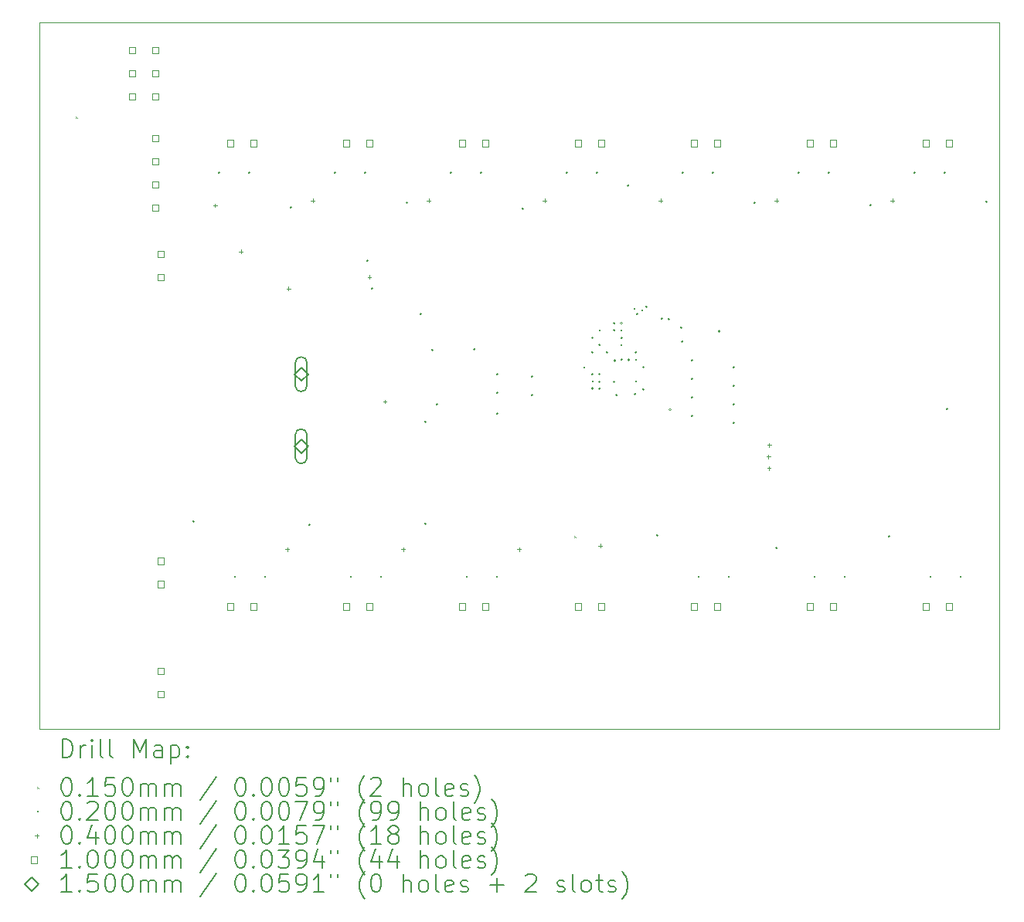
<source format=gbr>
%FSLAX45Y45*%
G04 Gerber Fmt 4.5, Leading zero omitted, Abs format (unit mm)*
G04 Created by KiCad (PCBNEW 6.0.0) date 2022-01-12 20:04:20*
%MOMM*%
%LPD*%
G01*
G04 APERTURE LIST*
%TA.AperFunction,Profile*%
%ADD10C,0.100000*%
%TD*%
%ADD11C,0.200000*%
%ADD12C,0.015000*%
%ADD13C,0.020000*%
%ADD14C,0.040000*%
%ADD15C,0.100000*%
%ADD16C,0.150000*%
G04 APERTURE END LIST*
D10*
X13211900Y-2946400D02*
X13211900Y-10693400D01*
X2692400Y-2946400D02*
X13211900Y-2946400D01*
X13211900Y-10693400D02*
X2692400Y-10693400D01*
X2692400Y-10693400D02*
X2692400Y-2946400D01*
D11*
D12*
X3091300Y-3980300D02*
X3106300Y-3995300D01*
X3106300Y-3980300D02*
X3091300Y-3995300D01*
X8552300Y-8577700D02*
X8567300Y-8592700D01*
X8567300Y-8577700D02*
X8552300Y-8592700D01*
D13*
X4391500Y-8420100D02*
G75*
G03*
X4391500Y-8420100I-10000J0D01*
G01*
X4671400Y-4596900D02*
G75*
G03*
X4671400Y-4596900I-10000J0D01*
G01*
X4848200Y-9027900D02*
G75*
G03*
X4848200Y-9027900I-10000J0D01*
G01*
X5001600Y-4596900D02*
G75*
G03*
X5001600Y-4596900I-10000J0D01*
G01*
X5178400Y-9027900D02*
G75*
G03*
X5178400Y-9027900I-10000J0D01*
G01*
X5458300Y-4978400D02*
G75*
G03*
X5458300Y-4978400I-10000J0D01*
G01*
X5661500Y-8458200D02*
G75*
G03*
X5661500Y-8458200I-10000J0D01*
G01*
X5941400Y-4596900D02*
G75*
G03*
X5941400Y-4596900I-10000J0D01*
G01*
X6118200Y-9027900D02*
G75*
G03*
X6118200Y-9027900I-10000J0D01*
G01*
X6271600Y-4596900D02*
G75*
G03*
X6271600Y-4596900I-10000J0D01*
G01*
X6296500Y-5562600D02*
G75*
G03*
X6296500Y-5562600I-10000J0D01*
G01*
X6347300Y-5867400D02*
G75*
G03*
X6347300Y-5867400I-10000J0D01*
G01*
X6448400Y-9027900D02*
G75*
G03*
X6448400Y-9027900I-10000J0D01*
G01*
X6728800Y-4925631D02*
G75*
G03*
X6728800Y-4925631I-10000J0D01*
G01*
X6880700Y-6146800D02*
G75*
G03*
X6880700Y-6146800I-10000J0D01*
G01*
X6930400Y-7327900D02*
G75*
G03*
X6930400Y-7327900I-10000J0D01*
G01*
X6931500Y-8445500D02*
G75*
G03*
X6931500Y-8445500I-10000J0D01*
G01*
X7007700Y-6540500D02*
G75*
G03*
X7007700Y-6540500I-10000J0D01*
G01*
X7057400Y-7137400D02*
G75*
G03*
X7057400Y-7137400I-10000J0D01*
G01*
X7211400Y-4596900D02*
G75*
G03*
X7211400Y-4596900I-10000J0D01*
G01*
X7388200Y-9027900D02*
G75*
G03*
X7388200Y-9027900I-10000J0D01*
G01*
X7469980Y-6532880D02*
G75*
G03*
X7469980Y-6532880I-10000J0D01*
G01*
X7541600Y-4596900D02*
G75*
G03*
X7541600Y-4596900I-10000J0D01*
G01*
X7718400Y-9027900D02*
G75*
G03*
X7718400Y-9027900I-10000J0D01*
G01*
X7718900Y-6807200D02*
G75*
G03*
X7718900Y-6807200I-10000J0D01*
G01*
X7718900Y-7010400D02*
G75*
G03*
X7718900Y-7010400I-10000J0D01*
G01*
X7718900Y-7239000D02*
G75*
G03*
X7718900Y-7239000I-10000J0D01*
G01*
X7998300Y-4991100D02*
G75*
G03*
X7998300Y-4991100I-10000J0D01*
G01*
X8099900Y-6832600D02*
G75*
G03*
X8099900Y-6832600I-10000J0D01*
G01*
X8099900Y-7035800D02*
G75*
G03*
X8099900Y-7035800I-10000J0D01*
G01*
X8481400Y-4596900D02*
G75*
G03*
X8481400Y-4596900I-10000J0D01*
G01*
X8673940Y-6731000D02*
G75*
G03*
X8673940Y-6731000I-10000J0D01*
G01*
X8759741Y-6566836D02*
G75*
G03*
X8759741Y-6566836I-10000J0D01*
G01*
X8760300Y-6406627D02*
G75*
G03*
X8760300Y-6406627I-10000J0D01*
G01*
X8760300Y-6807200D02*
G75*
G03*
X8760300Y-6807200I-10000J0D01*
G01*
X8763233Y-6962010D02*
G75*
G03*
X8763233Y-6962010I-10000J0D01*
G01*
X8765730Y-6884800D02*
G75*
G03*
X8765730Y-6884800I-10000J0D01*
G01*
X8811600Y-4596900D02*
G75*
G03*
X8811600Y-4596900I-10000J0D01*
G01*
X8838457Y-6807120D02*
G75*
G03*
X8838457Y-6807120I-10000J0D01*
G01*
X8840389Y-6485746D02*
G75*
G03*
X8840389Y-6485746I-10000J0D01*
G01*
X8840780Y-6889443D02*
G75*
G03*
X8840780Y-6889443I-10000J0D01*
G01*
X8841175Y-6327246D02*
G75*
G03*
X8841175Y-6327246I-10000J0D01*
G01*
X8841375Y-6964155D02*
G75*
G03*
X8841375Y-6964155I-10000J0D01*
G01*
X8919851Y-6566639D02*
G75*
G03*
X8919851Y-6566639I-10000J0D01*
G01*
X9000780Y-6889443D02*
G75*
G03*
X9000780Y-6889443I-10000J0D01*
G01*
X9001072Y-6325105D02*
G75*
G03*
X9001072Y-6325105I-10000J0D01*
G01*
X9001600Y-6248400D02*
G75*
G03*
X9001600Y-6248400I-10000J0D01*
G01*
X9006435Y-6656540D02*
G75*
G03*
X9006435Y-6656540I-10000J0D01*
G01*
X9027000Y-7035800D02*
G75*
G03*
X9027000Y-7035800I-10000J0D01*
G01*
X9079320Y-6246004D02*
G75*
G03*
X9079320Y-6246004I-10000J0D01*
G01*
X9080682Y-6486214D02*
G75*
G03*
X9080682Y-6486214I-10000J0D01*
G01*
X9081081Y-6327512D02*
G75*
G03*
X9081081Y-6327512I-10000J0D01*
G01*
X9081343Y-6407417D02*
G75*
G03*
X9081343Y-6407417I-10000J0D01*
G01*
X9081567Y-6646568D02*
G75*
G03*
X9081567Y-6646568I-10000J0D01*
G01*
X9154000Y-4737100D02*
G75*
G03*
X9154000Y-4737100I-10000J0D01*
G01*
X9160575Y-6646960D02*
G75*
G03*
X9160575Y-6646960I-10000J0D01*
G01*
X9223715Y-6087754D02*
G75*
G03*
X9223715Y-6087754I-10000J0D01*
G01*
X9230200Y-7023100D02*
G75*
G03*
X9230200Y-7023100I-10000J0D01*
G01*
X9240304Y-6566477D02*
G75*
G03*
X9240304Y-6566477I-10000J0D01*
G01*
X9240304Y-6647036D02*
G75*
G03*
X9240304Y-6647036I-10000J0D01*
G01*
X9240694Y-6887242D02*
G75*
G03*
X9240694Y-6887242I-10000J0D01*
G01*
X9253060Y-6146800D02*
G75*
G03*
X9253060Y-6146800I-10000J0D01*
G01*
X9308940Y-6106160D02*
G75*
G03*
X9308940Y-6106160I-10000J0D01*
G01*
X9319100Y-6972300D02*
G75*
G03*
X9319100Y-6972300I-10000J0D01*
G01*
X9321356Y-6727696D02*
G75*
G03*
X9321356Y-6727696I-10000J0D01*
G01*
X9354660Y-6065520D02*
G75*
G03*
X9354660Y-6065520I-10000J0D01*
G01*
X9471500Y-8572500D02*
G75*
G03*
X9471500Y-8572500I-10000J0D01*
G01*
X9522300Y-6197600D02*
G75*
G03*
X9522300Y-6197600I-10000J0D01*
G01*
X9598500Y-6201054D02*
G75*
G03*
X9598500Y-6201054I-10000J0D01*
G01*
X9613740Y-7193280D02*
G75*
G03*
X9613740Y-7193280I-10000J0D01*
G01*
X9735660Y-6294120D02*
G75*
G03*
X9735660Y-6294120I-10000J0D01*
G01*
X9745820Y-6446520D02*
G75*
G03*
X9745820Y-6446520I-10000J0D01*
G01*
X9751400Y-4596900D02*
G75*
G03*
X9751400Y-4596900I-10000J0D01*
G01*
X9852500Y-6654800D02*
G75*
G03*
X9852500Y-6654800I-10000J0D01*
G01*
X9852500Y-6858000D02*
G75*
G03*
X9852500Y-6858000I-10000J0D01*
G01*
X9852500Y-7061200D02*
G75*
G03*
X9852500Y-7061200I-10000J0D01*
G01*
X9852500Y-7264400D02*
G75*
G03*
X9852500Y-7264400I-10000J0D01*
G01*
X9928200Y-9027900D02*
G75*
G03*
X9928200Y-9027900I-10000J0D01*
G01*
X10081600Y-4596900D02*
G75*
G03*
X10081600Y-4596900I-10000J0D01*
G01*
X10152220Y-6334760D02*
G75*
G03*
X10152220Y-6334760I-10000J0D01*
G01*
X10258400Y-9027900D02*
G75*
G03*
X10258400Y-9027900I-10000J0D01*
G01*
X10309700Y-6731000D02*
G75*
G03*
X10309700Y-6731000I-10000J0D01*
G01*
X10309700Y-6934200D02*
G75*
G03*
X10309700Y-6934200I-10000J0D01*
G01*
X10309700Y-7137400D02*
G75*
G03*
X10309700Y-7137400I-10000J0D01*
G01*
X10309700Y-7340600D02*
G75*
G03*
X10309700Y-7340600I-10000J0D01*
G01*
X10538300Y-4927600D02*
G75*
G03*
X10538300Y-4927600I-10000J0D01*
G01*
X10779600Y-8712200D02*
G75*
G03*
X10779600Y-8712200I-10000J0D01*
G01*
X11021400Y-4596900D02*
G75*
G03*
X11021400Y-4596900I-10000J0D01*
G01*
X11198200Y-9027900D02*
G75*
G03*
X11198200Y-9027900I-10000J0D01*
G01*
X11351600Y-4596900D02*
G75*
G03*
X11351600Y-4596900I-10000J0D01*
G01*
X11528400Y-9027900D02*
G75*
G03*
X11528400Y-9027900I-10000J0D01*
G01*
X11808300Y-4953000D02*
G75*
G03*
X11808300Y-4953000I-10000J0D01*
G01*
X12011500Y-8585200D02*
G75*
G03*
X12011500Y-8585200I-10000J0D01*
G01*
X12291400Y-4596900D02*
G75*
G03*
X12291400Y-4596900I-10000J0D01*
G01*
X12468200Y-9027900D02*
G75*
G03*
X12468200Y-9027900I-10000J0D01*
G01*
X12621600Y-4596900D02*
G75*
G03*
X12621600Y-4596900I-10000J0D01*
G01*
X12646500Y-7188200D02*
G75*
G03*
X12646500Y-7188200I-10000J0D01*
G01*
X12798400Y-9027900D02*
G75*
G03*
X12798400Y-9027900I-10000J0D01*
G01*
X13078300Y-4914900D02*
G75*
G03*
X13078300Y-4914900I-10000J0D01*
G01*
D14*
X4620388Y-4934865D02*
X4620388Y-4974865D01*
X4600388Y-4954865D02*
X4640388Y-4954865D01*
X4902200Y-5441000D02*
X4902200Y-5481000D01*
X4882200Y-5461000D02*
X4922200Y-5461000D01*
X5410200Y-8704900D02*
X5410200Y-8744900D01*
X5390200Y-8724900D02*
X5430200Y-8724900D01*
X5422900Y-5847400D02*
X5422900Y-5887400D01*
X5402900Y-5867400D02*
X5442900Y-5867400D01*
X5689600Y-4882200D02*
X5689600Y-4922200D01*
X5669600Y-4902200D02*
X5709600Y-4902200D01*
X6309672Y-5718486D02*
X6309672Y-5758486D01*
X6289672Y-5738486D02*
X6329672Y-5738486D01*
X6479372Y-7085313D02*
X6479372Y-7125313D01*
X6459372Y-7105313D02*
X6499372Y-7105313D01*
X6680200Y-8704900D02*
X6680200Y-8744900D01*
X6660200Y-8724900D02*
X6700200Y-8724900D01*
X6959600Y-4882200D02*
X6959600Y-4922200D01*
X6939600Y-4902200D02*
X6979600Y-4902200D01*
X7950200Y-8704900D02*
X7950200Y-8744900D01*
X7930200Y-8724900D02*
X7970200Y-8724900D01*
X8229600Y-4882200D02*
X8229600Y-4922200D01*
X8209600Y-4902200D02*
X8249600Y-4902200D01*
X8839200Y-8666800D02*
X8839200Y-8706800D01*
X8819200Y-8686800D02*
X8859200Y-8686800D01*
X9499600Y-4882200D02*
X9499600Y-4922200D01*
X9479600Y-4902200D02*
X9519600Y-4902200D01*
X10681720Y-7688900D02*
X10681720Y-7728900D01*
X10661720Y-7708900D02*
X10701720Y-7708900D01*
X10686672Y-7815900D02*
X10686672Y-7855900D01*
X10666672Y-7835900D02*
X10706672Y-7835900D01*
X10689494Y-7561900D02*
X10689494Y-7601900D01*
X10669494Y-7581900D02*
X10709494Y-7581900D01*
X10769600Y-4882200D02*
X10769600Y-4922200D01*
X10749600Y-4902200D02*
X10789600Y-4902200D01*
X12039600Y-4882200D02*
X12039600Y-4922200D01*
X12019600Y-4902200D02*
X12059600Y-4902200D01*
D15*
X3743756Y-3286556D02*
X3743756Y-3215844D01*
X3673044Y-3215844D01*
X3673044Y-3286556D01*
X3743756Y-3286556D01*
X3743756Y-3540556D02*
X3743756Y-3469844D01*
X3673044Y-3469844D01*
X3673044Y-3540556D01*
X3743756Y-3540556D01*
X3743756Y-3794556D02*
X3743756Y-3723844D01*
X3673044Y-3723844D01*
X3673044Y-3794556D01*
X3743756Y-3794556D01*
X3997756Y-3286556D02*
X3997756Y-3215844D01*
X3927044Y-3215844D01*
X3927044Y-3286556D01*
X3997756Y-3286556D01*
X3997756Y-3540556D02*
X3997756Y-3469844D01*
X3927044Y-3469844D01*
X3927044Y-3540556D01*
X3997756Y-3540556D01*
X3997756Y-3794556D02*
X3997756Y-3723844D01*
X3927044Y-3723844D01*
X3927044Y-3794556D01*
X3997756Y-3794556D01*
X3997756Y-4251756D02*
X3997756Y-4181044D01*
X3927044Y-4181044D01*
X3927044Y-4251756D01*
X3997756Y-4251756D01*
X3997756Y-4505756D02*
X3997756Y-4435044D01*
X3927044Y-4435044D01*
X3927044Y-4505756D01*
X3997756Y-4505756D01*
X3997756Y-4759756D02*
X3997756Y-4689044D01*
X3927044Y-4689044D01*
X3927044Y-4759756D01*
X3997756Y-4759756D01*
X3997756Y-5013756D02*
X3997756Y-4943044D01*
X3927044Y-4943044D01*
X3927044Y-5013756D01*
X3997756Y-5013756D01*
X4061256Y-5521756D02*
X4061256Y-5451044D01*
X3990544Y-5451044D01*
X3990544Y-5521756D01*
X4061256Y-5521756D01*
X4061256Y-5775756D02*
X4061256Y-5705044D01*
X3990544Y-5705044D01*
X3990544Y-5775756D01*
X4061256Y-5775756D01*
X4061256Y-8887756D02*
X4061256Y-8817044D01*
X3990544Y-8817044D01*
X3990544Y-8887756D01*
X4061256Y-8887756D01*
X4061256Y-9141756D02*
X4061256Y-9071044D01*
X3990544Y-9071044D01*
X3990544Y-9141756D01*
X4061256Y-9141756D01*
X4061256Y-10093756D02*
X4061256Y-10023044D01*
X3990544Y-10023044D01*
X3990544Y-10093756D01*
X4061256Y-10093756D01*
X4061256Y-10347756D02*
X4061256Y-10277044D01*
X3990544Y-10277044D01*
X3990544Y-10347756D01*
X4061256Y-10347756D01*
X4823256Y-4307756D02*
X4823256Y-4237044D01*
X4752544Y-4237044D01*
X4752544Y-4307756D01*
X4823256Y-4307756D01*
X4823256Y-9387756D02*
X4823256Y-9317044D01*
X4752544Y-9317044D01*
X4752544Y-9387756D01*
X4823256Y-9387756D01*
X5077256Y-4307756D02*
X5077256Y-4237044D01*
X5006544Y-4237044D01*
X5006544Y-4307756D01*
X5077256Y-4307756D01*
X5077256Y-9387756D02*
X5077256Y-9317044D01*
X5006544Y-9317044D01*
X5006544Y-9387756D01*
X5077256Y-9387756D01*
X6093256Y-4307756D02*
X6093256Y-4237044D01*
X6022544Y-4237044D01*
X6022544Y-4307756D01*
X6093256Y-4307756D01*
X6093256Y-9387756D02*
X6093256Y-9317044D01*
X6022544Y-9317044D01*
X6022544Y-9387756D01*
X6093256Y-9387756D01*
X6347256Y-4307756D02*
X6347256Y-4237044D01*
X6276544Y-4237044D01*
X6276544Y-4307756D01*
X6347256Y-4307756D01*
X6347256Y-9387756D02*
X6347256Y-9317044D01*
X6276544Y-9317044D01*
X6276544Y-9387756D01*
X6347256Y-9387756D01*
X7363256Y-4307756D02*
X7363256Y-4237044D01*
X7292544Y-4237044D01*
X7292544Y-4307756D01*
X7363256Y-4307756D01*
X7363256Y-9387756D02*
X7363256Y-9317044D01*
X7292544Y-9317044D01*
X7292544Y-9387756D01*
X7363256Y-9387756D01*
X7617256Y-4307756D02*
X7617256Y-4237044D01*
X7546544Y-4237044D01*
X7546544Y-4307756D01*
X7617256Y-4307756D01*
X7617256Y-9387756D02*
X7617256Y-9317044D01*
X7546544Y-9317044D01*
X7546544Y-9387756D01*
X7617256Y-9387756D01*
X8633256Y-4307756D02*
X8633256Y-4237044D01*
X8562544Y-4237044D01*
X8562544Y-4307756D01*
X8633256Y-4307756D01*
X8633256Y-9387756D02*
X8633256Y-9317044D01*
X8562544Y-9317044D01*
X8562544Y-9387756D01*
X8633256Y-9387756D01*
X8887256Y-4307756D02*
X8887256Y-4237044D01*
X8816544Y-4237044D01*
X8816544Y-4307756D01*
X8887256Y-4307756D01*
X8887256Y-9387756D02*
X8887256Y-9317044D01*
X8816544Y-9317044D01*
X8816544Y-9387756D01*
X8887256Y-9387756D01*
X9903256Y-4307756D02*
X9903256Y-4237044D01*
X9832544Y-4237044D01*
X9832544Y-4307756D01*
X9903256Y-4307756D01*
X9903256Y-9387756D02*
X9903256Y-9317044D01*
X9832544Y-9317044D01*
X9832544Y-9387756D01*
X9903256Y-9387756D01*
X10157256Y-4307756D02*
X10157256Y-4237044D01*
X10086544Y-4237044D01*
X10086544Y-4307756D01*
X10157256Y-4307756D01*
X10157256Y-9387756D02*
X10157256Y-9317044D01*
X10086544Y-9317044D01*
X10086544Y-9387756D01*
X10157256Y-9387756D01*
X11173256Y-4307756D02*
X11173256Y-4237044D01*
X11102544Y-4237044D01*
X11102544Y-4307756D01*
X11173256Y-4307756D01*
X11173256Y-9387756D02*
X11173256Y-9317044D01*
X11102544Y-9317044D01*
X11102544Y-9387756D01*
X11173256Y-9387756D01*
X11427256Y-4307756D02*
X11427256Y-4237044D01*
X11356544Y-4237044D01*
X11356544Y-4307756D01*
X11427256Y-4307756D01*
X11427256Y-9387756D02*
X11427256Y-9317044D01*
X11356544Y-9317044D01*
X11356544Y-9387756D01*
X11427256Y-9387756D01*
X12443256Y-4307756D02*
X12443256Y-4237044D01*
X12372544Y-4237044D01*
X12372544Y-4307756D01*
X12443256Y-4307756D01*
X12443256Y-9387756D02*
X12443256Y-9317044D01*
X12372544Y-9317044D01*
X12372544Y-9387756D01*
X12443256Y-9387756D01*
X12697256Y-4307756D02*
X12697256Y-4237044D01*
X12626544Y-4237044D01*
X12626544Y-4307756D01*
X12697256Y-4307756D01*
X12697256Y-9387756D02*
X12697256Y-9317044D01*
X12626544Y-9317044D01*
X12626544Y-9387756D01*
X12697256Y-9387756D01*
D16*
X5561900Y-6880900D02*
X5636900Y-6805900D01*
X5561900Y-6730900D01*
X5486900Y-6805900D01*
X5561900Y-6880900D01*
D11*
X5626900Y-6930900D02*
X5626900Y-6680900D01*
X5496900Y-6930900D02*
X5496900Y-6680900D01*
X5626900Y-6680900D02*
G75*
G03*
X5496900Y-6680900I-65000J0D01*
G01*
X5496900Y-6930900D02*
G75*
G03*
X5626900Y-6930900I65000J0D01*
G01*
D16*
X5561900Y-7670900D02*
X5636900Y-7595900D01*
X5561900Y-7520900D01*
X5486900Y-7595900D01*
X5561900Y-7670900D01*
D11*
X5626900Y-7720900D02*
X5626900Y-7470900D01*
X5496900Y-7720900D02*
X5496900Y-7470900D01*
X5626900Y-7470900D02*
G75*
G03*
X5496900Y-7470900I-65000J0D01*
G01*
X5496900Y-7720900D02*
G75*
G03*
X5626900Y-7720900I65000J0D01*
G01*
X2945019Y-11008876D02*
X2945019Y-10808876D01*
X2992638Y-10808876D01*
X3021209Y-10818400D01*
X3040257Y-10837448D01*
X3049781Y-10856495D01*
X3059305Y-10894590D01*
X3059305Y-10923162D01*
X3049781Y-10961257D01*
X3040257Y-10980305D01*
X3021209Y-10999352D01*
X2992638Y-11008876D01*
X2945019Y-11008876D01*
X3145019Y-11008876D02*
X3145019Y-10875543D01*
X3145019Y-10913638D02*
X3154543Y-10894590D01*
X3164067Y-10885067D01*
X3183114Y-10875543D01*
X3202162Y-10875543D01*
X3268828Y-11008876D02*
X3268828Y-10875543D01*
X3268828Y-10808876D02*
X3259305Y-10818400D01*
X3268828Y-10827924D01*
X3278352Y-10818400D01*
X3268828Y-10808876D01*
X3268828Y-10827924D01*
X3392638Y-11008876D02*
X3373590Y-10999352D01*
X3364067Y-10980305D01*
X3364067Y-10808876D01*
X3497400Y-11008876D02*
X3478352Y-10999352D01*
X3468828Y-10980305D01*
X3468828Y-10808876D01*
X3725971Y-11008876D02*
X3725971Y-10808876D01*
X3792638Y-10951733D01*
X3859305Y-10808876D01*
X3859305Y-11008876D01*
X4040257Y-11008876D02*
X4040257Y-10904114D01*
X4030733Y-10885067D01*
X4011686Y-10875543D01*
X3973590Y-10875543D01*
X3954543Y-10885067D01*
X4040257Y-10999352D02*
X4021209Y-11008876D01*
X3973590Y-11008876D01*
X3954543Y-10999352D01*
X3945019Y-10980305D01*
X3945019Y-10961257D01*
X3954543Y-10942210D01*
X3973590Y-10932686D01*
X4021209Y-10932686D01*
X4040257Y-10923162D01*
X4135495Y-10875543D02*
X4135495Y-11075543D01*
X4135495Y-10885067D02*
X4154543Y-10875543D01*
X4192638Y-10875543D01*
X4211686Y-10885067D01*
X4221210Y-10894590D01*
X4230733Y-10913638D01*
X4230733Y-10970781D01*
X4221210Y-10989829D01*
X4211686Y-10999352D01*
X4192638Y-11008876D01*
X4154543Y-11008876D01*
X4135495Y-10999352D01*
X4316448Y-10989829D02*
X4325971Y-10999352D01*
X4316448Y-11008876D01*
X4306924Y-10999352D01*
X4316448Y-10989829D01*
X4316448Y-11008876D01*
X4316448Y-10885067D02*
X4325971Y-10894590D01*
X4316448Y-10904114D01*
X4306924Y-10894590D01*
X4316448Y-10885067D01*
X4316448Y-10904114D01*
D12*
X2672400Y-11330900D02*
X2687400Y-11345900D01*
X2687400Y-11330900D02*
X2672400Y-11345900D01*
D11*
X2983114Y-11228876D02*
X3002162Y-11228876D01*
X3021209Y-11238400D01*
X3030733Y-11247924D01*
X3040257Y-11266971D01*
X3049781Y-11305067D01*
X3049781Y-11352686D01*
X3040257Y-11390781D01*
X3030733Y-11409828D01*
X3021209Y-11419352D01*
X3002162Y-11428876D01*
X2983114Y-11428876D01*
X2964067Y-11419352D01*
X2954543Y-11409828D01*
X2945019Y-11390781D01*
X2935495Y-11352686D01*
X2935495Y-11305067D01*
X2945019Y-11266971D01*
X2954543Y-11247924D01*
X2964067Y-11238400D01*
X2983114Y-11228876D01*
X3135495Y-11409828D02*
X3145019Y-11419352D01*
X3135495Y-11428876D01*
X3125971Y-11419352D01*
X3135495Y-11409828D01*
X3135495Y-11428876D01*
X3335495Y-11428876D02*
X3221209Y-11428876D01*
X3278352Y-11428876D02*
X3278352Y-11228876D01*
X3259305Y-11257448D01*
X3240257Y-11276495D01*
X3221209Y-11286019D01*
X3516448Y-11228876D02*
X3421209Y-11228876D01*
X3411686Y-11324114D01*
X3421209Y-11314590D01*
X3440257Y-11305067D01*
X3487876Y-11305067D01*
X3506924Y-11314590D01*
X3516448Y-11324114D01*
X3525971Y-11343162D01*
X3525971Y-11390781D01*
X3516448Y-11409828D01*
X3506924Y-11419352D01*
X3487876Y-11428876D01*
X3440257Y-11428876D01*
X3421209Y-11419352D01*
X3411686Y-11409828D01*
X3649781Y-11228876D02*
X3668828Y-11228876D01*
X3687876Y-11238400D01*
X3697400Y-11247924D01*
X3706924Y-11266971D01*
X3716448Y-11305067D01*
X3716448Y-11352686D01*
X3706924Y-11390781D01*
X3697400Y-11409828D01*
X3687876Y-11419352D01*
X3668828Y-11428876D01*
X3649781Y-11428876D01*
X3630733Y-11419352D01*
X3621209Y-11409828D01*
X3611686Y-11390781D01*
X3602162Y-11352686D01*
X3602162Y-11305067D01*
X3611686Y-11266971D01*
X3621209Y-11247924D01*
X3630733Y-11238400D01*
X3649781Y-11228876D01*
X3802162Y-11428876D02*
X3802162Y-11295543D01*
X3802162Y-11314590D02*
X3811686Y-11305067D01*
X3830733Y-11295543D01*
X3859305Y-11295543D01*
X3878352Y-11305067D01*
X3887876Y-11324114D01*
X3887876Y-11428876D01*
X3887876Y-11324114D02*
X3897400Y-11305067D01*
X3916448Y-11295543D01*
X3945019Y-11295543D01*
X3964067Y-11305067D01*
X3973590Y-11324114D01*
X3973590Y-11428876D01*
X4068828Y-11428876D02*
X4068828Y-11295543D01*
X4068828Y-11314590D02*
X4078352Y-11305067D01*
X4097400Y-11295543D01*
X4125971Y-11295543D01*
X4145019Y-11305067D01*
X4154543Y-11324114D01*
X4154543Y-11428876D01*
X4154543Y-11324114D02*
X4164067Y-11305067D01*
X4183114Y-11295543D01*
X4211686Y-11295543D01*
X4230733Y-11305067D01*
X4240257Y-11324114D01*
X4240257Y-11428876D01*
X4630733Y-11219352D02*
X4459305Y-11476495D01*
X4887876Y-11228876D02*
X4906924Y-11228876D01*
X4925971Y-11238400D01*
X4935495Y-11247924D01*
X4945019Y-11266971D01*
X4954543Y-11305067D01*
X4954543Y-11352686D01*
X4945019Y-11390781D01*
X4935495Y-11409828D01*
X4925971Y-11419352D01*
X4906924Y-11428876D01*
X4887876Y-11428876D01*
X4868829Y-11419352D01*
X4859305Y-11409828D01*
X4849781Y-11390781D01*
X4840257Y-11352686D01*
X4840257Y-11305067D01*
X4849781Y-11266971D01*
X4859305Y-11247924D01*
X4868829Y-11238400D01*
X4887876Y-11228876D01*
X5040257Y-11409828D02*
X5049781Y-11419352D01*
X5040257Y-11428876D01*
X5030733Y-11419352D01*
X5040257Y-11409828D01*
X5040257Y-11428876D01*
X5173590Y-11228876D02*
X5192638Y-11228876D01*
X5211686Y-11238400D01*
X5221210Y-11247924D01*
X5230733Y-11266971D01*
X5240257Y-11305067D01*
X5240257Y-11352686D01*
X5230733Y-11390781D01*
X5221210Y-11409828D01*
X5211686Y-11419352D01*
X5192638Y-11428876D01*
X5173590Y-11428876D01*
X5154543Y-11419352D01*
X5145019Y-11409828D01*
X5135495Y-11390781D01*
X5125971Y-11352686D01*
X5125971Y-11305067D01*
X5135495Y-11266971D01*
X5145019Y-11247924D01*
X5154543Y-11238400D01*
X5173590Y-11228876D01*
X5364067Y-11228876D02*
X5383114Y-11228876D01*
X5402162Y-11238400D01*
X5411686Y-11247924D01*
X5421210Y-11266971D01*
X5430733Y-11305067D01*
X5430733Y-11352686D01*
X5421210Y-11390781D01*
X5411686Y-11409828D01*
X5402162Y-11419352D01*
X5383114Y-11428876D01*
X5364067Y-11428876D01*
X5345019Y-11419352D01*
X5335495Y-11409828D01*
X5325971Y-11390781D01*
X5316448Y-11352686D01*
X5316448Y-11305067D01*
X5325971Y-11266971D01*
X5335495Y-11247924D01*
X5345019Y-11238400D01*
X5364067Y-11228876D01*
X5611686Y-11228876D02*
X5516448Y-11228876D01*
X5506924Y-11324114D01*
X5516448Y-11314590D01*
X5535495Y-11305067D01*
X5583114Y-11305067D01*
X5602162Y-11314590D01*
X5611686Y-11324114D01*
X5621209Y-11343162D01*
X5621209Y-11390781D01*
X5611686Y-11409828D01*
X5602162Y-11419352D01*
X5583114Y-11428876D01*
X5535495Y-11428876D01*
X5516448Y-11419352D01*
X5506924Y-11409828D01*
X5716448Y-11428876D02*
X5754543Y-11428876D01*
X5773590Y-11419352D01*
X5783114Y-11409828D01*
X5802162Y-11381257D01*
X5811686Y-11343162D01*
X5811686Y-11266971D01*
X5802162Y-11247924D01*
X5792638Y-11238400D01*
X5773590Y-11228876D01*
X5735495Y-11228876D01*
X5716448Y-11238400D01*
X5706924Y-11247924D01*
X5697400Y-11266971D01*
X5697400Y-11314590D01*
X5706924Y-11333638D01*
X5716448Y-11343162D01*
X5735495Y-11352686D01*
X5773590Y-11352686D01*
X5792638Y-11343162D01*
X5802162Y-11333638D01*
X5811686Y-11314590D01*
X5887876Y-11228876D02*
X5887876Y-11266971D01*
X5964067Y-11228876D02*
X5964067Y-11266971D01*
X6259305Y-11505067D02*
X6249781Y-11495543D01*
X6230733Y-11466971D01*
X6221209Y-11447924D01*
X6211686Y-11419352D01*
X6202162Y-11371733D01*
X6202162Y-11333638D01*
X6211686Y-11286019D01*
X6221209Y-11257448D01*
X6230733Y-11238400D01*
X6249781Y-11209828D01*
X6259305Y-11200305D01*
X6325971Y-11247924D02*
X6335495Y-11238400D01*
X6354543Y-11228876D01*
X6402162Y-11228876D01*
X6421209Y-11238400D01*
X6430733Y-11247924D01*
X6440257Y-11266971D01*
X6440257Y-11286019D01*
X6430733Y-11314590D01*
X6316448Y-11428876D01*
X6440257Y-11428876D01*
X6678352Y-11428876D02*
X6678352Y-11228876D01*
X6764067Y-11428876D02*
X6764067Y-11324114D01*
X6754543Y-11305067D01*
X6735495Y-11295543D01*
X6706924Y-11295543D01*
X6687876Y-11305067D01*
X6678352Y-11314590D01*
X6887876Y-11428876D02*
X6868828Y-11419352D01*
X6859305Y-11409828D01*
X6849781Y-11390781D01*
X6849781Y-11333638D01*
X6859305Y-11314590D01*
X6868828Y-11305067D01*
X6887876Y-11295543D01*
X6916448Y-11295543D01*
X6935495Y-11305067D01*
X6945019Y-11314590D01*
X6954543Y-11333638D01*
X6954543Y-11390781D01*
X6945019Y-11409828D01*
X6935495Y-11419352D01*
X6916448Y-11428876D01*
X6887876Y-11428876D01*
X7068828Y-11428876D02*
X7049781Y-11419352D01*
X7040257Y-11400305D01*
X7040257Y-11228876D01*
X7221209Y-11419352D02*
X7202162Y-11428876D01*
X7164067Y-11428876D01*
X7145019Y-11419352D01*
X7135495Y-11400305D01*
X7135495Y-11324114D01*
X7145019Y-11305067D01*
X7164067Y-11295543D01*
X7202162Y-11295543D01*
X7221209Y-11305067D01*
X7230733Y-11324114D01*
X7230733Y-11343162D01*
X7135495Y-11362209D01*
X7306924Y-11419352D02*
X7325971Y-11428876D01*
X7364067Y-11428876D01*
X7383114Y-11419352D01*
X7392638Y-11400305D01*
X7392638Y-11390781D01*
X7383114Y-11371733D01*
X7364067Y-11362209D01*
X7335495Y-11362209D01*
X7316448Y-11352686D01*
X7306924Y-11333638D01*
X7306924Y-11324114D01*
X7316448Y-11305067D01*
X7335495Y-11295543D01*
X7364067Y-11295543D01*
X7383114Y-11305067D01*
X7459305Y-11505067D02*
X7468828Y-11495543D01*
X7487876Y-11466971D01*
X7497400Y-11447924D01*
X7506924Y-11419352D01*
X7516448Y-11371733D01*
X7516448Y-11333638D01*
X7506924Y-11286019D01*
X7497400Y-11257448D01*
X7487876Y-11238400D01*
X7468828Y-11209828D01*
X7459305Y-11200305D01*
D13*
X2687400Y-11602400D02*
G75*
G03*
X2687400Y-11602400I-10000J0D01*
G01*
D11*
X2983114Y-11492876D02*
X3002162Y-11492876D01*
X3021209Y-11502400D01*
X3030733Y-11511924D01*
X3040257Y-11530971D01*
X3049781Y-11569067D01*
X3049781Y-11616686D01*
X3040257Y-11654781D01*
X3030733Y-11673828D01*
X3021209Y-11683352D01*
X3002162Y-11692876D01*
X2983114Y-11692876D01*
X2964067Y-11683352D01*
X2954543Y-11673828D01*
X2945019Y-11654781D01*
X2935495Y-11616686D01*
X2935495Y-11569067D01*
X2945019Y-11530971D01*
X2954543Y-11511924D01*
X2964067Y-11502400D01*
X2983114Y-11492876D01*
X3135495Y-11673828D02*
X3145019Y-11683352D01*
X3135495Y-11692876D01*
X3125971Y-11683352D01*
X3135495Y-11673828D01*
X3135495Y-11692876D01*
X3221209Y-11511924D02*
X3230733Y-11502400D01*
X3249781Y-11492876D01*
X3297400Y-11492876D01*
X3316448Y-11502400D01*
X3325971Y-11511924D01*
X3335495Y-11530971D01*
X3335495Y-11550019D01*
X3325971Y-11578590D01*
X3211686Y-11692876D01*
X3335495Y-11692876D01*
X3459305Y-11492876D02*
X3478352Y-11492876D01*
X3497400Y-11502400D01*
X3506924Y-11511924D01*
X3516448Y-11530971D01*
X3525971Y-11569067D01*
X3525971Y-11616686D01*
X3516448Y-11654781D01*
X3506924Y-11673828D01*
X3497400Y-11683352D01*
X3478352Y-11692876D01*
X3459305Y-11692876D01*
X3440257Y-11683352D01*
X3430733Y-11673828D01*
X3421209Y-11654781D01*
X3411686Y-11616686D01*
X3411686Y-11569067D01*
X3421209Y-11530971D01*
X3430733Y-11511924D01*
X3440257Y-11502400D01*
X3459305Y-11492876D01*
X3649781Y-11492876D02*
X3668828Y-11492876D01*
X3687876Y-11502400D01*
X3697400Y-11511924D01*
X3706924Y-11530971D01*
X3716448Y-11569067D01*
X3716448Y-11616686D01*
X3706924Y-11654781D01*
X3697400Y-11673828D01*
X3687876Y-11683352D01*
X3668828Y-11692876D01*
X3649781Y-11692876D01*
X3630733Y-11683352D01*
X3621209Y-11673828D01*
X3611686Y-11654781D01*
X3602162Y-11616686D01*
X3602162Y-11569067D01*
X3611686Y-11530971D01*
X3621209Y-11511924D01*
X3630733Y-11502400D01*
X3649781Y-11492876D01*
X3802162Y-11692876D02*
X3802162Y-11559543D01*
X3802162Y-11578590D02*
X3811686Y-11569067D01*
X3830733Y-11559543D01*
X3859305Y-11559543D01*
X3878352Y-11569067D01*
X3887876Y-11588114D01*
X3887876Y-11692876D01*
X3887876Y-11588114D02*
X3897400Y-11569067D01*
X3916448Y-11559543D01*
X3945019Y-11559543D01*
X3964067Y-11569067D01*
X3973590Y-11588114D01*
X3973590Y-11692876D01*
X4068828Y-11692876D02*
X4068828Y-11559543D01*
X4068828Y-11578590D02*
X4078352Y-11569067D01*
X4097400Y-11559543D01*
X4125971Y-11559543D01*
X4145019Y-11569067D01*
X4154543Y-11588114D01*
X4154543Y-11692876D01*
X4154543Y-11588114D02*
X4164067Y-11569067D01*
X4183114Y-11559543D01*
X4211686Y-11559543D01*
X4230733Y-11569067D01*
X4240257Y-11588114D01*
X4240257Y-11692876D01*
X4630733Y-11483352D02*
X4459305Y-11740495D01*
X4887876Y-11492876D02*
X4906924Y-11492876D01*
X4925971Y-11502400D01*
X4935495Y-11511924D01*
X4945019Y-11530971D01*
X4954543Y-11569067D01*
X4954543Y-11616686D01*
X4945019Y-11654781D01*
X4935495Y-11673828D01*
X4925971Y-11683352D01*
X4906924Y-11692876D01*
X4887876Y-11692876D01*
X4868829Y-11683352D01*
X4859305Y-11673828D01*
X4849781Y-11654781D01*
X4840257Y-11616686D01*
X4840257Y-11569067D01*
X4849781Y-11530971D01*
X4859305Y-11511924D01*
X4868829Y-11502400D01*
X4887876Y-11492876D01*
X5040257Y-11673828D02*
X5049781Y-11683352D01*
X5040257Y-11692876D01*
X5030733Y-11683352D01*
X5040257Y-11673828D01*
X5040257Y-11692876D01*
X5173590Y-11492876D02*
X5192638Y-11492876D01*
X5211686Y-11502400D01*
X5221210Y-11511924D01*
X5230733Y-11530971D01*
X5240257Y-11569067D01*
X5240257Y-11616686D01*
X5230733Y-11654781D01*
X5221210Y-11673828D01*
X5211686Y-11683352D01*
X5192638Y-11692876D01*
X5173590Y-11692876D01*
X5154543Y-11683352D01*
X5145019Y-11673828D01*
X5135495Y-11654781D01*
X5125971Y-11616686D01*
X5125971Y-11569067D01*
X5135495Y-11530971D01*
X5145019Y-11511924D01*
X5154543Y-11502400D01*
X5173590Y-11492876D01*
X5364067Y-11492876D02*
X5383114Y-11492876D01*
X5402162Y-11502400D01*
X5411686Y-11511924D01*
X5421210Y-11530971D01*
X5430733Y-11569067D01*
X5430733Y-11616686D01*
X5421210Y-11654781D01*
X5411686Y-11673828D01*
X5402162Y-11683352D01*
X5383114Y-11692876D01*
X5364067Y-11692876D01*
X5345019Y-11683352D01*
X5335495Y-11673828D01*
X5325971Y-11654781D01*
X5316448Y-11616686D01*
X5316448Y-11569067D01*
X5325971Y-11530971D01*
X5335495Y-11511924D01*
X5345019Y-11502400D01*
X5364067Y-11492876D01*
X5497400Y-11492876D02*
X5630733Y-11492876D01*
X5545019Y-11692876D01*
X5716448Y-11692876D02*
X5754543Y-11692876D01*
X5773590Y-11683352D01*
X5783114Y-11673828D01*
X5802162Y-11645257D01*
X5811686Y-11607162D01*
X5811686Y-11530971D01*
X5802162Y-11511924D01*
X5792638Y-11502400D01*
X5773590Y-11492876D01*
X5735495Y-11492876D01*
X5716448Y-11502400D01*
X5706924Y-11511924D01*
X5697400Y-11530971D01*
X5697400Y-11578590D01*
X5706924Y-11597638D01*
X5716448Y-11607162D01*
X5735495Y-11616686D01*
X5773590Y-11616686D01*
X5792638Y-11607162D01*
X5802162Y-11597638D01*
X5811686Y-11578590D01*
X5887876Y-11492876D02*
X5887876Y-11530971D01*
X5964067Y-11492876D02*
X5964067Y-11530971D01*
X6259305Y-11769067D02*
X6249781Y-11759543D01*
X6230733Y-11730971D01*
X6221209Y-11711924D01*
X6211686Y-11683352D01*
X6202162Y-11635733D01*
X6202162Y-11597638D01*
X6211686Y-11550019D01*
X6221209Y-11521448D01*
X6230733Y-11502400D01*
X6249781Y-11473828D01*
X6259305Y-11464305D01*
X6345019Y-11692876D02*
X6383114Y-11692876D01*
X6402162Y-11683352D01*
X6411686Y-11673828D01*
X6430733Y-11645257D01*
X6440257Y-11607162D01*
X6440257Y-11530971D01*
X6430733Y-11511924D01*
X6421209Y-11502400D01*
X6402162Y-11492876D01*
X6364067Y-11492876D01*
X6345019Y-11502400D01*
X6335495Y-11511924D01*
X6325971Y-11530971D01*
X6325971Y-11578590D01*
X6335495Y-11597638D01*
X6345019Y-11607162D01*
X6364067Y-11616686D01*
X6402162Y-11616686D01*
X6421209Y-11607162D01*
X6430733Y-11597638D01*
X6440257Y-11578590D01*
X6535495Y-11692876D02*
X6573590Y-11692876D01*
X6592638Y-11683352D01*
X6602162Y-11673828D01*
X6621209Y-11645257D01*
X6630733Y-11607162D01*
X6630733Y-11530971D01*
X6621209Y-11511924D01*
X6611686Y-11502400D01*
X6592638Y-11492876D01*
X6554543Y-11492876D01*
X6535495Y-11502400D01*
X6525971Y-11511924D01*
X6516448Y-11530971D01*
X6516448Y-11578590D01*
X6525971Y-11597638D01*
X6535495Y-11607162D01*
X6554543Y-11616686D01*
X6592638Y-11616686D01*
X6611686Y-11607162D01*
X6621209Y-11597638D01*
X6630733Y-11578590D01*
X6868828Y-11692876D02*
X6868828Y-11492876D01*
X6954543Y-11692876D02*
X6954543Y-11588114D01*
X6945019Y-11569067D01*
X6925971Y-11559543D01*
X6897400Y-11559543D01*
X6878352Y-11569067D01*
X6868828Y-11578590D01*
X7078352Y-11692876D02*
X7059305Y-11683352D01*
X7049781Y-11673828D01*
X7040257Y-11654781D01*
X7040257Y-11597638D01*
X7049781Y-11578590D01*
X7059305Y-11569067D01*
X7078352Y-11559543D01*
X7106924Y-11559543D01*
X7125971Y-11569067D01*
X7135495Y-11578590D01*
X7145019Y-11597638D01*
X7145019Y-11654781D01*
X7135495Y-11673828D01*
X7125971Y-11683352D01*
X7106924Y-11692876D01*
X7078352Y-11692876D01*
X7259305Y-11692876D02*
X7240257Y-11683352D01*
X7230733Y-11664305D01*
X7230733Y-11492876D01*
X7411686Y-11683352D02*
X7392638Y-11692876D01*
X7354543Y-11692876D01*
X7335495Y-11683352D01*
X7325971Y-11664305D01*
X7325971Y-11588114D01*
X7335495Y-11569067D01*
X7354543Y-11559543D01*
X7392638Y-11559543D01*
X7411686Y-11569067D01*
X7421209Y-11588114D01*
X7421209Y-11607162D01*
X7325971Y-11626209D01*
X7497400Y-11683352D02*
X7516448Y-11692876D01*
X7554543Y-11692876D01*
X7573590Y-11683352D01*
X7583114Y-11664305D01*
X7583114Y-11654781D01*
X7573590Y-11635733D01*
X7554543Y-11626209D01*
X7525971Y-11626209D01*
X7506924Y-11616686D01*
X7497400Y-11597638D01*
X7497400Y-11588114D01*
X7506924Y-11569067D01*
X7525971Y-11559543D01*
X7554543Y-11559543D01*
X7573590Y-11569067D01*
X7649781Y-11769067D02*
X7659305Y-11759543D01*
X7678352Y-11730971D01*
X7687876Y-11711924D01*
X7697400Y-11683352D01*
X7706924Y-11635733D01*
X7706924Y-11597638D01*
X7697400Y-11550019D01*
X7687876Y-11521448D01*
X7678352Y-11502400D01*
X7659305Y-11473828D01*
X7649781Y-11464305D01*
D14*
X2667400Y-11846400D02*
X2667400Y-11886400D01*
X2647400Y-11866400D02*
X2687400Y-11866400D01*
D11*
X2983114Y-11756876D02*
X3002162Y-11756876D01*
X3021209Y-11766400D01*
X3030733Y-11775924D01*
X3040257Y-11794971D01*
X3049781Y-11833067D01*
X3049781Y-11880686D01*
X3040257Y-11918781D01*
X3030733Y-11937828D01*
X3021209Y-11947352D01*
X3002162Y-11956876D01*
X2983114Y-11956876D01*
X2964067Y-11947352D01*
X2954543Y-11937828D01*
X2945019Y-11918781D01*
X2935495Y-11880686D01*
X2935495Y-11833067D01*
X2945019Y-11794971D01*
X2954543Y-11775924D01*
X2964067Y-11766400D01*
X2983114Y-11756876D01*
X3135495Y-11937828D02*
X3145019Y-11947352D01*
X3135495Y-11956876D01*
X3125971Y-11947352D01*
X3135495Y-11937828D01*
X3135495Y-11956876D01*
X3316448Y-11823543D02*
X3316448Y-11956876D01*
X3268828Y-11747352D02*
X3221209Y-11890209D01*
X3345019Y-11890209D01*
X3459305Y-11756876D02*
X3478352Y-11756876D01*
X3497400Y-11766400D01*
X3506924Y-11775924D01*
X3516448Y-11794971D01*
X3525971Y-11833067D01*
X3525971Y-11880686D01*
X3516448Y-11918781D01*
X3506924Y-11937828D01*
X3497400Y-11947352D01*
X3478352Y-11956876D01*
X3459305Y-11956876D01*
X3440257Y-11947352D01*
X3430733Y-11937828D01*
X3421209Y-11918781D01*
X3411686Y-11880686D01*
X3411686Y-11833067D01*
X3421209Y-11794971D01*
X3430733Y-11775924D01*
X3440257Y-11766400D01*
X3459305Y-11756876D01*
X3649781Y-11756876D02*
X3668828Y-11756876D01*
X3687876Y-11766400D01*
X3697400Y-11775924D01*
X3706924Y-11794971D01*
X3716448Y-11833067D01*
X3716448Y-11880686D01*
X3706924Y-11918781D01*
X3697400Y-11937828D01*
X3687876Y-11947352D01*
X3668828Y-11956876D01*
X3649781Y-11956876D01*
X3630733Y-11947352D01*
X3621209Y-11937828D01*
X3611686Y-11918781D01*
X3602162Y-11880686D01*
X3602162Y-11833067D01*
X3611686Y-11794971D01*
X3621209Y-11775924D01*
X3630733Y-11766400D01*
X3649781Y-11756876D01*
X3802162Y-11956876D02*
X3802162Y-11823543D01*
X3802162Y-11842590D02*
X3811686Y-11833067D01*
X3830733Y-11823543D01*
X3859305Y-11823543D01*
X3878352Y-11833067D01*
X3887876Y-11852114D01*
X3887876Y-11956876D01*
X3887876Y-11852114D02*
X3897400Y-11833067D01*
X3916448Y-11823543D01*
X3945019Y-11823543D01*
X3964067Y-11833067D01*
X3973590Y-11852114D01*
X3973590Y-11956876D01*
X4068828Y-11956876D02*
X4068828Y-11823543D01*
X4068828Y-11842590D02*
X4078352Y-11833067D01*
X4097400Y-11823543D01*
X4125971Y-11823543D01*
X4145019Y-11833067D01*
X4154543Y-11852114D01*
X4154543Y-11956876D01*
X4154543Y-11852114D02*
X4164067Y-11833067D01*
X4183114Y-11823543D01*
X4211686Y-11823543D01*
X4230733Y-11833067D01*
X4240257Y-11852114D01*
X4240257Y-11956876D01*
X4630733Y-11747352D02*
X4459305Y-12004495D01*
X4887876Y-11756876D02*
X4906924Y-11756876D01*
X4925971Y-11766400D01*
X4935495Y-11775924D01*
X4945019Y-11794971D01*
X4954543Y-11833067D01*
X4954543Y-11880686D01*
X4945019Y-11918781D01*
X4935495Y-11937828D01*
X4925971Y-11947352D01*
X4906924Y-11956876D01*
X4887876Y-11956876D01*
X4868829Y-11947352D01*
X4859305Y-11937828D01*
X4849781Y-11918781D01*
X4840257Y-11880686D01*
X4840257Y-11833067D01*
X4849781Y-11794971D01*
X4859305Y-11775924D01*
X4868829Y-11766400D01*
X4887876Y-11756876D01*
X5040257Y-11937828D02*
X5049781Y-11947352D01*
X5040257Y-11956876D01*
X5030733Y-11947352D01*
X5040257Y-11937828D01*
X5040257Y-11956876D01*
X5173590Y-11756876D02*
X5192638Y-11756876D01*
X5211686Y-11766400D01*
X5221210Y-11775924D01*
X5230733Y-11794971D01*
X5240257Y-11833067D01*
X5240257Y-11880686D01*
X5230733Y-11918781D01*
X5221210Y-11937828D01*
X5211686Y-11947352D01*
X5192638Y-11956876D01*
X5173590Y-11956876D01*
X5154543Y-11947352D01*
X5145019Y-11937828D01*
X5135495Y-11918781D01*
X5125971Y-11880686D01*
X5125971Y-11833067D01*
X5135495Y-11794971D01*
X5145019Y-11775924D01*
X5154543Y-11766400D01*
X5173590Y-11756876D01*
X5430733Y-11956876D02*
X5316448Y-11956876D01*
X5373590Y-11956876D02*
X5373590Y-11756876D01*
X5354543Y-11785448D01*
X5335495Y-11804495D01*
X5316448Y-11814019D01*
X5611686Y-11756876D02*
X5516448Y-11756876D01*
X5506924Y-11852114D01*
X5516448Y-11842590D01*
X5535495Y-11833067D01*
X5583114Y-11833067D01*
X5602162Y-11842590D01*
X5611686Y-11852114D01*
X5621209Y-11871162D01*
X5621209Y-11918781D01*
X5611686Y-11937828D01*
X5602162Y-11947352D01*
X5583114Y-11956876D01*
X5535495Y-11956876D01*
X5516448Y-11947352D01*
X5506924Y-11937828D01*
X5687876Y-11756876D02*
X5821209Y-11756876D01*
X5735495Y-11956876D01*
X5887876Y-11756876D02*
X5887876Y-11794971D01*
X5964067Y-11756876D02*
X5964067Y-11794971D01*
X6259305Y-12033067D02*
X6249781Y-12023543D01*
X6230733Y-11994971D01*
X6221209Y-11975924D01*
X6211686Y-11947352D01*
X6202162Y-11899733D01*
X6202162Y-11861638D01*
X6211686Y-11814019D01*
X6221209Y-11785448D01*
X6230733Y-11766400D01*
X6249781Y-11737828D01*
X6259305Y-11728305D01*
X6440257Y-11956876D02*
X6325971Y-11956876D01*
X6383114Y-11956876D02*
X6383114Y-11756876D01*
X6364067Y-11785448D01*
X6345019Y-11804495D01*
X6325971Y-11814019D01*
X6554543Y-11842590D02*
X6535495Y-11833067D01*
X6525971Y-11823543D01*
X6516448Y-11804495D01*
X6516448Y-11794971D01*
X6525971Y-11775924D01*
X6535495Y-11766400D01*
X6554543Y-11756876D01*
X6592638Y-11756876D01*
X6611686Y-11766400D01*
X6621209Y-11775924D01*
X6630733Y-11794971D01*
X6630733Y-11804495D01*
X6621209Y-11823543D01*
X6611686Y-11833067D01*
X6592638Y-11842590D01*
X6554543Y-11842590D01*
X6535495Y-11852114D01*
X6525971Y-11861638D01*
X6516448Y-11880686D01*
X6516448Y-11918781D01*
X6525971Y-11937828D01*
X6535495Y-11947352D01*
X6554543Y-11956876D01*
X6592638Y-11956876D01*
X6611686Y-11947352D01*
X6621209Y-11937828D01*
X6630733Y-11918781D01*
X6630733Y-11880686D01*
X6621209Y-11861638D01*
X6611686Y-11852114D01*
X6592638Y-11842590D01*
X6868828Y-11956876D02*
X6868828Y-11756876D01*
X6954543Y-11956876D02*
X6954543Y-11852114D01*
X6945019Y-11833067D01*
X6925971Y-11823543D01*
X6897400Y-11823543D01*
X6878352Y-11833067D01*
X6868828Y-11842590D01*
X7078352Y-11956876D02*
X7059305Y-11947352D01*
X7049781Y-11937828D01*
X7040257Y-11918781D01*
X7040257Y-11861638D01*
X7049781Y-11842590D01*
X7059305Y-11833067D01*
X7078352Y-11823543D01*
X7106924Y-11823543D01*
X7125971Y-11833067D01*
X7135495Y-11842590D01*
X7145019Y-11861638D01*
X7145019Y-11918781D01*
X7135495Y-11937828D01*
X7125971Y-11947352D01*
X7106924Y-11956876D01*
X7078352Y-11956876D01*
X7259305Y-11956876D02*
X7240257Y-11947352D01*
X7230733Y-11928305D01*
X7230733Y-11756876D01*
X7411686Y-11947352D02*
X7392638Y-11956876D01*
X7354543Y-11956876D01*
X7335495Y-11947352D01*
X7325971Y-11928305D01*
X7325971Y-11852114D01*
X7335495Y-11833067D01*
X7354543Y-11823543D01*
X7392638Y-11823543D01*
X7411686Y-11833067D01*
X7421209Y-11852114D01*
X7421209Y-11871162D01*
X7325971Y-11890209D01*
X7497400Y-11947352D02*
X7516448Y-11956876D01*
X7554543Y-11956876D01*
X7573590Y-11947352D01*
X7583114Y-11928305D01*
X7583114Y-11918781D01*
X7573590Y-11899733D01*
X7554543Y-11890209D01*
X7525971Y-11890209D01*
X7506924Y-11880686D01*
X7497400Y-11861638D01*
X7497400Y-11852114D01*
X7506924Y-11833067D01*
X7525971Y-11823543D01*
X7554543Y-11823543D01*
X7573590Y-11833067D01*
X7649781Y-12033067D02*
X7659305Y-12023543D01*
X7678352Y-11994971D01*
X7687876Y-11975924D01*
X7697400Y-11947352D01*
X7706924Y-11899733D01*
X7706924Y-11861638D01*
X7697400Y-11814019D01*
X7687876Y-11785448D01*
X7678352Y-11766400D01*
X7659305Y-11737828D01*
X7649781Y-11728305D01*
D15*
X2672756Y-12165756D02*
X2672756Y-12095044D01*
X2602044Y-12095044D01*
X2602044Y-12165756D01*
X2672756Y-12165756D01*
D11*
X3049781Y-12220876D02*
X2935495Y-12220876D01*
X2992638Y-12220876D02*
X2992638Y-12020876D01*
X2973590Y-12049448D01*
X2954543Y-12068495D01*
X2935495Y-12078019D01*
X3135495Y-12201828D02*
X3145019Y-12211352D01*
X3135495Y-12220876D01*
X3125971Y-12211352D01*
X3135495Y-12201828D01*
X3135495Y-12220876D01*
X3268828Y-12020876D02*
X3287876Y-12020876D01*
X3306924Y-12030400D01*
X3316448Y-12039924D01*
X3325971Y-12058971D01*
X3335495Y-12097067D01*
X3335495Y-12144686D01*
X3325971Y-12182781D01*
X3316448Y-12201828D01*
X3306924Y-12211352D01*
X3287876Y-12220876D01*
X3268828Y-12220876D01*
X3249781Y-12211352D01*
X3240257Y-12201828D01*
X3230733Y-12182781D01*
X3221209Y-12144686D01*
X3221209Y-12097067D01*
X3230733Y-12058971D01*
X3240257Y-12039924D01*
X3249781Y-12030400D01*
X3268828Y-12020876D01*
X3459305Y-12020876D02*
X3478352Y-12020876D01*
X3497400Y-12030400D01*
X3506924Y-12039924D01*
X3516448Y-12058971D01*
X3525971Y-12097067D01*
X3525971Y-12144686D01*
X3516448Y-12182781D01*
X3506924Y-12201828D01*
X3497400Y-12211352D01*
X3478352Y-12220876D01*
X3459305Y-12220876D01*
X3440257Y-12211352D01*
X3430733Y-12201828D01*
X3421209Y-12182781D01*
X3411686Y-12144686D01*
X3411686Y-12097067D01*
X3421209Y-12058971D01*
X3430733Y-12039924D01*
X3440257Y-12030400D01*
X3459305Y-12020876D01*
X3649781Y-12020876D02*
X3668828Y-12020876D01*
X3687876Y-12030400D01*
X3697400Y-12039924D01*
X3706924Y-12058971D01*
X3716448Y-12097067D01*
X3716448Y-12144686D01*
X3706924Y-12182781D01*
X3697400Y-12201828D01*
X3687876Y-12211352D01*
X3668828Y-12220876D01*
X3649781Y-12220876D01*
X3630733Y-12211352D01*
X3621209Y-12201828D01*
X3611686Y-12182781D01*
X3602162Y-12144686D01*
X3602162Y-12097067D01*
X3611686Y-12058971D01*
X3621209Y-12039924D01*
X3630733Y-12030400D01*
X3649781Y-12020876D01*
X3802162Y-12220876D02*
X3802162Y-12087543D01*
X3802162Y-12106590D02*
X3811686Y-12097067D01*
X3830733Y-12087543D01*
X3859305Y-12087543D01*
X3878352Y-12097067D01*
X3887876Y-12116114D01*
X3887876Y-12220876D01*
X3887876Y-12116114D02*
X3897400Y-12097067D01*
X3916448Y-12087543D01*
X3945019Y-12087543D01*
X3964067Y-12097067D01*
X3973590Y-12116114D01*
X3973590Y-12220876D01*
X4068828Y-12220876D02*
X4068828Y-12087543D01*
X4068828Y-12106590D02*
X4078352Y-12097067D01*
X4097400Y-12087543D01*
X4125971Y-12087543D01*
X4145019Y-12097067D01*
X4154543Y-12116114D01*
X4154543Y-12220876D01*
X4154543Y-12116114D02*
X4164067Y-12097067D01*
X4183114Y-12087543D01*
X4211686Y-12087543D01*
X4230733Y-12097067D01*
X4240257Y-12116114D01*
X4240257Y-12220876D01*
X4630733Y-12011352D02*
X4459305Y-12268495D01*
X4887876Y-12020876D02*
X4906924Y-12020876D01*
X4925971Y-12030400D01*
X4935495Y-12039924D01*
X4945019Y-12058971D01*
X4954543Y-12097067D01*
X4954543Y-12144686D01*
X4945019Y-12182781D01*
X4935495Y-12201828D01*
X4925971Y-12211352D01*
X4906924Y-12220876D01*
X4887876Y-12220876D01*
X4868829Y-12211352D01*
X4859305Y-12201828D01*
X4849781Y-12182781D01*
X4840257Y-12144686D01*
X4840257Y-12097067D01*
X4849781Y-12058971D01*
X4859305Y-12039924D01*
X4868829Y-12030400D01*
X4887876Y-12020876D01*
X5040257Y-12201828D02*
X5049781Y-12211352D01*
X5040257Y-12220876D01*
X5030733Y-12211352D01*
X5040257Y-12201828D01*
X5040257Y-12220876D01*
X5173590Y-12020876D02*
X5192638Y-12020876D01*
X5211686Y-12030400D01*
X5221210Y-12039924D01*
X5230733Y-12058971D01*
X5240257Y-12097067D01*
X5240257Y-12144686D01*
X5230733Y-12182781D01*
X5221210Y-12201828D01*
X5211686Y-12211352D01*
X5192638Y-12220876D01*
X5173590Y-12220876D01*
X5154543Y-12211352D01*
X5145019Y-12201828D01*
X5135495Y-12182781D01*
X5125971Y-12144686D01*
X5125971Y-12097067D01*
X5135495Y-12058971D01*
X5145019Y-12039924D01*
X5154543Y-12030400D01*
X5173590Y-12020876D01*
X5306924Y-12020876D02*
X5430733Y-12020876D01*
X5364067Y-12097067D01*
X5392638Y-12097067D01*
X5411686Y-12106590D01*
X5421210Y-12116114D01*
X5430733Y-12135162D01*
X5430733Y-12182781D01*
X5421210Y-12201828D01*
X5411686Y-12211352D01*
X5392638Y-12220876D01*
X5335495Y-12220876D01*
X5316448Y-12211352D01*
X5306924Y-12201828D01*
X5525971Y-12220876D02*
X5564067Y-12220876D01*
X5583114Y-12211352D01*
X5592638Y-12201828D01*
X5611686Y-12173257D01*
X5621209Y-12135162D01*
X5621209Y-12058971D01*
X5611686Y-12039924D01*
X5602162Y-12030400D01*
X5583114Y-12020876D01*
X5545019Y-12020876D01*
X5525971Y-12030400D01*
X5516448Y-12039924D01*
X5506924Y-12058971D01*
X5506924Y-12106590D01*
X5516448Y-12125638D01*
X5525971Y-12135162D01*
X5545019Y-12144686D01*
X5583114Y-12144686D01*
X5602162Y-12135162D01*
X5611686Y-12125638D01*
X5621209Y-12106590D01*
X5792638Y-12087543D02*
X5792638Y-12220876D01*
X5745019Y-12011352D02*
X5697400Y-12154209D01*
X5821209Y-12154209D01*
X5887876Y-12020876D02*
X5887876Y-12058971D01*
X5964067Y-12020876D02*
X5964067Y-12058971D01*
X6259305Y-12297067D02*
X6249781Y-12287543D01*
X6230733Y-12258971D01*
X6221209Y-12239924D01*
X6211686Y-12211352D01*
X6202162Y-12163733D01*
X6202162Y-12125638D01*
X6211686Y-12078019D01*
X6221209Y-12049448D01*
X6230733Y-12030400D01*
X6249781Y-12001828D01*
X6259305Y-11992305D01*
X6421209Y-12087543D02*
X6421209Y-12220876D01*
X6373590Y-12011352D02*
X6325971Y-12154209D01*
X6449781Y-12154209D01*
X6611686Y-12087543D02*
X6611686Y-12220876D01*
X6564067Y-12011352D02*
X6516448Y-12154209D01*
X6640257Y-12154209D01*
X6868828Y-12220876D02*
X6868828Y-12020876D01*
X6954543Y-12220876D02*
X6954543Y-12116114D01*
X6945019Y-12097067D01*
X6925971Y-12087543D01*
X6897400Y-12087543D01*
X6878352Y-12097067D01*
X6868828Y-12106590D01*
X7078352Y-12220876D02*
X7059305Y-12211352D01*
X7049781Y-12201828D01*
X7040257Y-12182781D01*
X7040257Y-12125638D01*
X7049781Y-12106590D01*
X7059305Y-12097067D01*
X7078352Y-12087543D01*
X7106924Y-12087543D01*
X7125971Y-12097067D01*
X7135495Y-12106590D01*
X7145019Y-12125638D01*
X7145019Y-12182781D01*
X7135495Y-12201828D01*
X7125971Y-12211352D01*
X7106924Y-12220876D01*
X7078352Y-12220876D01*
X7259305Y-12220876D02*
X7240257Y-12211352D01*
X7230733Y-12192305D01*
X7230733Y-12020876D01*
X7411686Y-12211352D02*
X7392638Y-12220876D01*
X7354543Y-12220876D01*
X7335495Y-12211352D01*
X7325971Y-12192305D01*
X7325971Y-12116114D01*
X7335495Y-12097067D01*
X7354543Y-12087543D01*
X7392638Y-12087543D01*
X7411686Y-12097067D01*
X7421209Y-12116114D01*
X7421209Y-12135162D01*
X7325971Y-12154209D01*
X7497400Y-12211352D02*
X7516448Y-12220876D01*
X7554543Y-12220876D01*
X7573590Y-12211352D01*
X7583114Y-12192305D01*
X7583114Y-12182781D01*
X7573590Y-12163733D01*
X7554543Y-12154209D01*
X7525971Y-12154209D01*
X7506924Y-12144686D01*
X7497400Y-12125638D01*
X7497400Y-12116114D01*
X7506924Y-12097067D01*
X7525971Y-12087543D01*
X7554543Y-12087543D01*
X7573590Y-12097067D01*
X7649781Y-12297067D02*
X7659305Y-12287543D01*
X7678352Y-12258971D01*
X7687876Y-12239924D01*
X7697400Y-12211352D01*
X7706924Y-12163733D01*
X7706924Y-12125638D01*
X7697400Y-12078019D01*
X7687876Y-12049448D01*
X7678352Y-12030400D01*
X7659305Y-12001828D01*
X7649781Y-11992305D01*
D16*
X2612400Y-12469400D02*
X2687400Y-12394400D01*
X2612400Y-12319400D01*
X2537400Y-12394400D01*
X2612400Y-12469400D01*
D11*
X3049781Y-12484876D02*
X2935495Y-12484876D01*
X2992638Y-12484876D02*
X2992638Y-12284876D01*
X2973590Y-12313448D01*
X2954543Y-12332495D01*
X2935495Y-12342019D01*
X3135495Y-12465828D02*
X3145019Y-12475352D01*
X3135495Y-12484876D01*
X3125971Y-12475352D01*
X3135495Y-12465828D01*
X3135495Y-12484876D01*
X3325971Y-12284876D02*
X3230733Y-12284876D01*
X3221209Y-12380114D01*
X3230733Y-12370590D01*
X3249781Y-12361067D01*
X3297400Y-12361067D01*
X3316448Y-12370590D01*
X3325971Y-12380114D01*
X3335495Y-12399162D01*
X3335495Y-12446781D01*
X3325971Y-12465828D01*
X3316448Y-12475352D01*
X3297400Y-12484876D01*
X3249781Y-12484876D01*
X3230733Y-12475352D01*
X3221209Y-12465828D01*
X3459305Y-12284876D02*
X3478352Y-12284876D01*
X3497400Y-12294400D01*
X3506924Y-12303924D01*
X3516448Y-12322971D01*
X3525971Y-12361067D01*
X3525971Y-12408686D01*
X3516448Y-12446781D01*
X3506924Y-12465828D01*
X3497400Y-12475352D01*
X3478352Y-12484876D01*
X3459305Y-12484876D01*
X3440257Y-12475352D01*
X3430733Y-12465828D01*
X3421209Y-12446781D01*
X3411686Y-12408686D01*
X3411686Y-12361067D01*
X3421209Y-12322971D01*
X3430733Y-12303924D01*
X3440257Y-12294400D01*
X3459305Y-12284876D01*
X3649781Y-12284876D02*
X3668828Y-12284876D01*
X3687876Y-12294400D01*
X3697400Y-12303924D01*
X3706924Y-12322971D01*
X3716448Y-12361067D01*
X3716448Y-12408686D01*
X3706924Y-12446781D01*
X3697400Y-12465828D01*
X3687876Y-12475352D01*
X3668828Y-12484876D01*
X3649781Y-12484876D01*
X3630733Y-12475352D01*
X3621209Y-12465828D01*
X3611686Y-12446781D01*
X3602162Y-12408686D01*
X3602162Y-12361067D01*
X3611686Y-12322971D01*
X3621209Y-12303924D01*
X3630733Y-12294400D01*
X3649781Y-12284876D01*
X3802162Y-12484876D02*
X3802162Y-12351543D01*
X3802162Y-12370590D02*
X3811686Y-12361067D01*
X3830733Y-12351543D01*
X3859305Y-12351543D01*
X3878352Y-12361067D01*
X3887876Y-12380114D01*
X3887876Y-12484876D01*
X3887876Y-12380114D02*
X3897400Y-12361067D01*
X3916448Y-12351543D01*
X3945019Y-12351543D01*
X3964067Y-12361067D01*
X3973590Y-12380114D01*
X3973590Y-12484876D01*
X4068828Y-12484876D02*
X4068828Y-12351543D01*
X4068828Y-12370590D02*
X4078352Y-12361067D01*
X4097400Y-12351543D01*
X4125971Y-12351543D01*
X4145019Y-12361067D01*
X4154543Y-12380114D01*
X4154543Y-12484876D01*
X4154543Y-12380114D02*
X4164067Y-12361067D01*
X4183114Y-12351543D01*
X4211686Y-12351543D01*
X4230733Y-12361067D01*
X4240257Y-12380114D01*
X4240257Y-12484876D01*
X4630733Y-12275352D02*
X4459305Y-12532495D01*
X4887876Y-12284876D02*
X4906924Y-12284876D01*
X4925971Y-12294400D01*
X4935495Y-12303924D01*
X4945019Y-12322971D01*
X4954543Y-12361067D01*
X4954543Y-12408686D01*
X4945019Y-12446781D01*
X4935495Y-12465828D01*
X4925971Y-12475352D01*
X4906924Y-12484876D01*
X4887876Y-12484876D01*
X4868829Y-12475352D01*
X4859305Y-12465828D01*
X4849781Y-12446781D01*
X4840257Y-12408686D01*
X4840257Y-12361067D01*
X4849781Y-12322971D01*
X4859305Y-12303924D01*
X4868829Y-12294400D01*
X4887876Y-12284876D01*
X5040257Y-12465828D02*
X5049781Y-12475352D01*
X5040257Y-12484876D01*
X5030733Y-12475352D01*
X5040257Y-12465828D01*
X5040257Y-12484876D01*
X5173590Y-12284876D02*
X5192638Y-12284876D01*
X5211686Y-12294400D01*
X5221210Y-12303924D01*
X5230733Y-12322971D01*
X5240257Y-12361067D01*
X5240257Y-12408686D01*
X5230733Y-12446781D01*
X5221210Y-12465828D01*
X5211686Y-12475352D01*
X5192638Y-12484876D01*
X5173590Y-12484876D01*
X5154543Y-12475352D01*
X5145019Y-12465828D01*
X5135495Y-12446781D01*
X5125971Y-12408686D01*
X5125971Y-12361067D01*
X5135495Y-12322971D01*
X5145019Y-12303924D01*
X5154543Y-12294400D01*
X5173590Y-12284876D01*
X5421210Y-12284876D02*
X5325971Y-12284876D01*
X5316448Y-12380114D01*
X5325971Y-12370590D01*
X5345019Y-12361067D01*
X5392638Y-12361067D01*
X5411686Y-12370590D01*
X5421210Y-12380114D01*
X5430733Y-12399162D01*
X5430733Y-12446781D01*
X5421210Y-12465828D01*
X5411686Y-12475352D01*
X5392638Y-12484876D01*
X5345019Y-12484876D01*
X5325971Y-12475352D01*
X5316448Y-12465828D01*
X5525971Y-12484876D02*
X5564067Y-12484876D01*
X5583114Y-12475352D01*
X5592638Y-12465828D01*
X5611686Y-12437257D01*
X5621209Y-12399162D01*
X5621209Y-12322971D01*
X5611686Y-12303924D01*
X5602162Y-12294400D01*
X5583114Y-12284876D01*
X5545019Y-12284876D01*
X5525971Y-12294400D01*
X5516448Y-12303924D01*
X5506924Y-12322971D01*
X5506924Y-12370590D01*
X5516448Y-12389638D01*
X5525971Y-12399162D01*
X5545019Y-12408686D01*
X5583114Y-12408686D01*
X5602162Y-12399162D01*
X5611686Y-12389638D01*
X5621209Y-12370590D01*
X5811686Y-12484876D02*
X5697400Y-12484876D01*
X5754543Y-12484876D02*
X5754543Y-12284876D01*
X5735495Y-12313448D01*
X5716448Y-12332495D01*
X5697400Y-12342019D01*
X5887876Y-12284876D02*
X5887876Y-12322971D01*
X5964067Y-12284876D02*
X5964067Y-12322971D01*
X6259305Y-12561067D02*
X6249781Y-12551543D01*
X6230733Y-12522971D01*
X6221209Y-12503924D01*
X6211686Y-12475352D01*
X6202162Y-12427733D01*
X6202162Y-12389638D01*
X6211686Y-12342019D01*
X6221209Y-12313448D01*
X6230733Y-12294400D01*
X6249781Y-12265828D01*
X6259305Y-12256305D01*
X6373590Y-12284876D02*
X6392638Y-12284876D01*
X6411686Y-12294400D01*
X6421209Y-12303924D01*
X6430733Y-12322971D01*
X6440257Y-12361067D01*
X6440257Y-12408686D01*
X6430733Y-12446781D01*
X6421209Y-12465828D01*
X6411686Y-12475352D01*
X6392638Y-12484876D01*
X6373590Y-12484876D01*
X6354543Y-12475352D01*
X6345019Y-12465828D01*
X6335495Y-12446781D01*
X6325971Y-12408686D01*
X6325971Y-12361067D01*
X6335495Y-12322971D01*
X6345019Y-12303924D01*
X6354543Y-12294400D01*
X6373590Y-12284876D01*
X6678352Y-12484876D02*
X6678352Y-12284876D01*
X6764067Y-12484876D02*
X6764067Y-12380114D01*
X6754543Y-12361067D01*
X6735495Y-12351543D01*
X6706924Y-12351543D01*
X6687876Y-12361067D01*
X6678352Y-12370590D01*
X6887876Y-12484876D02*
X6868828Y-12475352D01*
X6859305Y-12465828D01*
X6849781Y-12446781D01*
X6849781Y-12389638D01*
X6859305Y-12370590D01*
X6868828Y-12361067D01*
X6887876Y-12351543D01*
X6916448Y-12351543D01*
X6935495Y-12361067D01*
X6945019Y-12370590D01*
X6954543Y-12389638D01*
X6954543Y-12446781D01*
X6945019Y-12465828D01*
X6935495Y-12475352D01*
X6916448Y-12484876D01*
X6887876Y-12484876D01*
X7068828Y-12484876D02*
X7049781Y-12475352D01*
X7040257Y-12456305D01*
X7040257Y-12284876D01*
X7221209Y-12475352D02*
X7202162Y-12484876D01*
X7164067Y-12484876D01*
X7145019Y-12475352D01*
X7135495Y-12456305D01*
X7135495Y-12380114D01*
X7145019Y-12361067D01*
X7164067Y-12351543D01*
X7202162Y-12351543D01*
X7221209Y-12361067D01*
X7230733Y-12380114D01*
X7230733Y-12399162D01*
X7135495Y-12418209D01*
X7306924Y-12475352D02*
X7325971Y-12484876D01*
X7364067Y-12484876D01*
X7383114Y-12475352D01*
X7392638Y-12456305D01*
X7392638Y-12446781D01*
X7383114Y-12427733D01*
X7364067Y-12418209D01*
X7335495Y-12418209D01*
X7316448Y-12408686D01*
X7306924Y-12389638D01*
X7306924Y-12380114D01*
X7316448Y-12361067D01*
X7335495Y-12351543D01*
X7364067Y-12351543D01*
X7383114Y-12361067D01*
X7630733Y-12408686D02*
X7783114Y-12408686D01*
X7706924Y-12484876D02*
X7706924Y-12332495D01*
X8021209Y-12303924D02*
X8030733Y-12294400D01*
X8049781Y-12284876D01*
X8097400Y-12284876D01*
X8116448Y-12294400D01*
X8125971Y-12303924D01*
X8135495Y-12322971D01*
X8135495Y-12342019D01*
X8125971Y-12370590D01*
X8011686Y-12484876D01*
X8135495Y-12484876D01*
X8364067Y-12475352D02*
X8383114Y-12484876D01*
X8421210Y-12484876D01*
X8440257Y-12475352D01*
X8449781Y-12456305D01*
X8449781Y-12446781D01*
X8440257Y-12427733D01*
X8421210Y-12418209D01*
X8392638Y-12418209D01*
X8373590Y-12408686D01*
X8364067Y-12389638D01*
X8364067Y-12380114D01*
X8373590Y-12361067D01*
X8392638Y-12351543D01*
X8421210Y-12351543D01*
X8440257Y-12361067D01*
X8564067Y-12484876D02*
X8545019Y-12475352D01*
X8535495Y-12456305D01*
X8535495Y-12284876D01*
X8668829Y-12484876D02*
X8649781Y-12475352D01*
X8640257Y-12465828D01*
X8630733Y-12446781D01*
X8630733Y-12389638D01*
X8640257Y-12370590D01*
X8649781Y-12361067D01*
X8668829Y-12351543D01*
X8697400Y-12351543D01*
X8716448Y-12361067D01*
X8725971Y-12370590D01*
X8735495Y-12389638D01*
X8735495Y-12446781D01*
X8725971Y-12465828D01*
X8716448Y-12475352D01*
X8697400Y-12484876D01*
X8668829Y-12484876D01*
X8792638Y-12351543D02*
X8868829Y-12351543D01*
X8821210Y-12284876D02*
X8821210Y-12456305D01*
X8830733Y-12475352D01*
X8849781Y-12484876D01*
X8868829Y-12484876D01*
X8925971Y-12475352D02*
X8945019Y-12484876D01*
X8983114Y-12484876D01*
X9002162Y-12475352D01*
X9011686Y-12456305D01*
X9011686Y-12446781D01*
X9002162Y-12427733D01*
X8983114Y-12418209D01*
X8954543Y-12418209D01*
X8935495Y-12408686D01*
X8925971Y-12389638D01*
X8925971Y-12380114D01*
X8935495Y-12361067D01*
X8954543Y-12351543D01*
X8983114Y-12351543D01*
X9002162Y-12361067D01*
X9078352Y-12561067D02*
X9087876Y-12551543D01*
X9106924Y-12522971D01*
X9116448Y-12503924D01*
X9125971Y-12475352D01*
X9135495Y-12427733D01*
X9135495Y-12389638D01*
X9125971Y-12342019D01*
X9116448Y-12313448D01*
X9106924Y-12294400D01*
X9087876Y-12265828D01*
X9078352Y-12256305D01*
M02*

</source>
